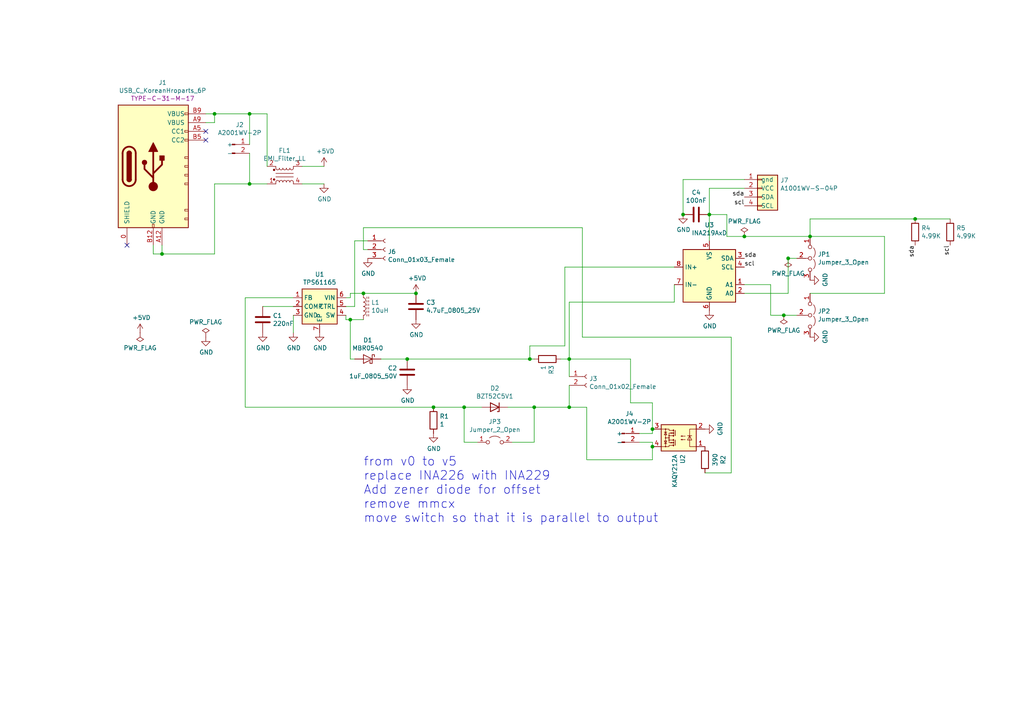
<source format=kicad_sch>
(kicad_sch (version 20211123) (generator eeschema)
  (paper "A4")
  (lib_symbols
    (symbol "0JLC-6:1" (pin_numbers hide) (pin_names (offset 0))
      (property "Reference" "R" (at 2.032 0 90))
      (property "Value" "1" (at 0 0 90))
      (symbol "1_0_1"
        (rectangle (start -1.016 -2.54) (end 1.016 2.54) (stroke (width 0.254)))
      )
      (symbol "1_1_1"
        (pin passive line (at 0 3.81 270) (length 1.27) (name "~") (number "1"))
        (pin passive line (at 0 -3.81 90) (length 1.27) (name "~") (number "2"))
      )
    )
    (symbol "0JLC-6:100nF" (pin_numbers hide) (pin_names (offset 0.254))
      (property "Reference" "C" (at 0.635 2.54 0))
      (property "Value" "100nF" (at 0.635 -2.54 0))
      (symbol "100nF_0_1"
        (polyline (pts (xy -2.032 -0.762) (xy 2.032 -0.762)) (stroke (width 0.508)))
        (polyline (pts (xy -2.032 0.762) (xy 2.032 0.762)) (stroke (width 0.508)))
      )
      (symbol "100nF_1_1"
        (pin passive line (at 0 3.81 270) (length 2.794) (name "~") (number "1"))
        (pin passive line (at 0 -3.81 90) (length 2.794) (name "~") (number "2"))
      )
    )
    (symbol "0JLC-6:10uH_power" (pin_numbers hide) (pin_names (offset 1.016) hide)
      (property "Reference" "L" (at -1.27 0 90))
      (property "Value" "10uH_power" (at 2.794 0 90))
      (symbol "10uH_power_0_1"
        (arc (start 0 -2.54) (mid 0.635 -1.905) (end 0 -1.27))
        (arc (start 0 -1.27) (mid 0.635 -0.635) (end 0 0))
        (polyline (pts (xy 1.016 -2.794) (xy 1.016 -2.286)))
        (polyline (pts (xy 1.016 -1.778) (xy 1.016 -1.27)))
        (polyline (pts (xy 1.016 -0.762) (xy 1.016 -0.254)))
        (polyline (pts (xy 1.016 0.254) (xy 1.016 0.762)))
        (polyline (pts (xy 1.016 1.27) (xy 1.016 1.778)))
        (polyline (pts (xy 1.016 2.286) (xy 1.016 2.794)))
        (polyline (pts (xy 1.524 -2.286) (xy 1.524 -2.794)))
        (polyline (pts (xy 1.524 -1.27) (xy 1.524 -1.778)))
        (polyline (pts (xy 1.524 -0.254) (xy 1.524 -0.762)))
        (polyline (pts (xy 1.524 0.762) (xy 1.524 0.254)))
        (polyline (pts (xy 1.524 1.778) (xy 1.524 1.27)))
        (polyline (pts (xy 1.524 2.794) (xy 1.524 2.286)))
        (arc (start 0 0) (mid 0.635 0.635) (end 0 1.27))
        (arc (start 0 1.27) (mid 0.635 1.905) (end 0 2.54))
      )
      (symbol "10uH_power_1_1"
        (pin passive line (at 0 3.81 270) (length 1.27) (name "1") (number "1"))
        (pin passive line (at 0 -3.81 90) (length 1.27) (name "2") (number "2"))
      )
    )
    (symbol "0JLC-6:1uF_0805_50V" (pin_numbers hide) (pin_names (offset 0.254))
      (property "Reference" "C" (at 0.635 2.54 0))
      (property "Value" "1uF_0805_50V" (at 0.635 -2.54 0))
      (symbol "1uF_0805_50V_0_1"
        (polyline (pts (xy -2.032 -0.762) (xy 2.032 -0.762)) (stroke (width 0.508)))
        (polyline (pts (xy -2.032 0.762) (xy 2.032 0.762)) (stroke (width 0.508)))
      )
      (symbol "1uF_0805_50V_1_1"
        (pin passive line (at 0 3.81 270) (length 2.794) (name "~") (number "1"))
        (pin passive line (at 0 -3.81 90) (length 2.794) (name "~") (number "2"))
      )
    )
    (symbol "0JLC-6:220nF" (pin_numbers hide) (pin_names (offset 0.254))
      (property "Reference" "C" (at 0.635 2.54 0))
      (property "Value" "220nF" (at 0.635 -2.54 0))
      (symbol "220nF_0_1"
        (polyline (pts (xy -2.032 -0.762) (xy 2.032 -0.762)) (stroke (width 0.508)))
        (polyline (pts (xy -2.032 0.762) (xy 2.032 0.762)) (stroke (width 0.508)))
      )
      (symbol "220nF_1_1"
        (pin passive line (at 0 3.81 270) (length 2.794) (name "~") (number "1"))
        (pin passive line (at 0 -3.81 90) (length 2.794) (name "~") (number "2"))
      )
    )
    (symbol "0JLC-6:390" (pin_numbers hide) (pin_names (offset 0))
      (property "Reference" "R" (at 2.032 0 90))
      (property "Value" "390" (at 0 0 90))
      (symbol "390_0_1"
        (rectangle (start -1.016 -2.54) (end 1.016 2.54) (stroke (width 0.254)))
      )
      (symbol "390_1_1"
        (pin passive line (at 0 3.81 270) (length 1.27) (name "~") (number "1"))
        (pin passive line (at 0 -3.81 90) (length 1.27) (name "~") (number "2"))
      )
    )
    (symbol "0JLC-6:4.7uF_0805_25V" (pin_numbers hide) (pin_names (offset 0.254))
      (property "Reference" "C" (at 0.635 2.54 0))
      (property "Value" "4.7uF_0805_25V" (at 0.635 -2.54 0))
      (symbol "4.7uF_0805_25V_0_1"
        (polyline (pts (xy -2.032 -0.762) (xy 2.032 -0.762)) (stroke (width 0.508)))
        (polyline (pts (xy -2.032 0.762) (xy 2.032 0.762)) (stroke (width 0.508)))
      )
      (symbol "4.7uF_0805_25V_1_1"
        (pin passive line (at 0 3.81 270) (length 2.794) (name "~") (number "1"))
        (pin passive line (at 0 -3.81 90) (length 2.794) (name "~") (number "2"))
      )
    )
    (symbol "0JLC-6:4.99K" (pin_numbers hide) (pin_names (offset 0))
      (property "Reference" "R" (at 2.032 0 90))
      (property "Value" "4.99K" (at 0 0 90))
      (symbol "4.99K_0_1"
        (rectangle (start -1.016 -2.54) (end 1.016 2.54) (stroke (width 0.254)))
      )
      (symbol "4.99K_1_1"
        (pin passive line (at 0 3.81 270) (length 1.27) (name "~") (number "1"))
        (pin passive line (at 0 -3.81 90) (length 1.27) (name "~") (number "2"))
      )
    )
    (symbol "0JLC-6:JST-B2B-PH" (pin_names (offset 1.016))
      (property "Reference" "J" (at 0 2.54 0))
      (property "Value" "JST-B2B-PH" (at 0 -5.08 0))
      (symbol "JST-B2B-PH_1_1"
        (polyline (pts (xy 1.27 -2.54) (xy 0.8636 -2.54)) (stroke (width 0.1524)))
        (polyline (pts (xy 1.27 0) (xy 0.8636 0)) (stroke (width 0.1524)))
        (rectangle (start 0.8636 -2.413) (end 0 -2.667) (stroke (width 0.1524)) (fill (type outline)))
        (rectangle (start 0.8636 0.127) (end 0 -0.127) (stroke (width 0.1524)) (fill (type outline)))
        (pin passive line (at 5.08 0 180) (length 3.81) (name "+") (number "1"))
        (pin passive line (at 5.08 -2.54 180) (length 3.81) (name "-") (number "2"))
      )
    )
    (symbol "0JLC-6:KAQY212A"
      (property "Reference" "U" (at -5.08 5.08 0))
      (property "Value" "KAQY212A" (at 0 5.08 0))
      (symbol "KAQY212A_0_1"
        (rectangle (start -5.08 3.81) (end 5.08 -3.81) (stroke (width 0.254)) (fill (type background)))
        (polyline (pts (xy -3.81 -0.635) (xy -2.54 -0.635)))
        (polyline (pts (xy 1.016 -0.635) (xy 1.016 -2.159)) (stroke (width 0.2032)))
        (polyline (pts (xy 1.016 2.159) (xy 1.016 0.635)) (stroke (width 0.2032)))
        (polyline (pts (xy 1.524 -0.508) (xy 1.524 -0.762)) (stroke (width 0.3556)))
        (polyline (pts (xy 2.794 0) (xy 3.81 0)))
        (polyline (pts (xy 3.429 -1.651) (xy 4.191 -1.651)))
        (polyline (pts (xy 3.429 1.651) (xy 4.191 1.651)))
        (polyline (pts (xy 3.81 -2.54) (xy 3.81 2.54)))
        (polyline (pts (xy 1.524 -2.032) (xy 1.524 -2.286) (xy 1.524 -2.286)) (stroke (width 0.3556)))
        (polyline (pts (xy 1.524 -1.27) (xy 1.524 -1.524) (xy 1.524 -1.524)) (stroke (width 0.3556)))
        (polyline (pts (xy 1.524 0.762) (xy 1.524 0.508) (xy 1.524 0.508)) (stroke (width 0.3556)))
        (polyline (pts (xy 1.524 1.524) (xy 1.524 1.27) (xy 1.524 1.27)) (stroke (width 0.3556)))
        (polyline (pts (xy 1.524 2.286) (xy 1.524 2.032) (xy 1.524 2.032)) (stroke (width 0.3556)))
        (polyline (pts (xy 1.651 -1.397) (xy 2.794 -1.397) (xy 2.794 -0.635)))
        (polyline (pts (xy 1.651 1.397) (xy 2.794 1.397) (xy 2.794 0.635)))
        (polyline (pts (xy -5.08 2.54) (xy -3.175 2.54) (xy -3.175 -2.54) (xy -5.08 -2.54)))
        (polyline (pts (xy -3.175 -0.635) (xy -3.81 0.635) (xy -2.54 0.635) (xy -3.175 -0.635)))
        (polyline (pts (xy 1.651 -2.159) (xy 2.794 -2.159) (xy 2.794 -2.54) (xy 5.08 -2.54)))
        (polyline (pts (xy 1.651 -0.635) (xy 2.794 -0.635) (xy 2.794 0.635) (xy 1.651 0.635)))
        (polyline (pts (xy 1.651 2.159) (xy 2.794 2.159) (xy 2.794 2.54) (xy 5.08 2.54)))
        (polyline (pts (xy 1.778 -1.397) (xy 2.286 -1.27) (xy 2.286 -1.524) (xy 1.778 -1.397)))
        (polyline (pts (xy 1.778 1.397) (xy 2.286 1.524) (xy 2.286 1.27) (xy 1.778 1.397)))
        (polyline (pts (xy 3.81 -1.651) (xy 3.429 -0.889) (xy 4.191 -0.889) (xy 3.81 -1.651)))
        (polyline (pts (xy 3.81 1.651) (xy 3.429 0.889) (xy 4.191 0.889) (xy 3.81 1.651)))
        (polyline (pts (xy -1.905 -0.508) (xy -0.635 -0.508) (xy -1.016 -0.635) (xy -1.016 -0.381) (xy -0.635 -0.508)))
        (polyline (pts (xy -1.905 0.508) (xy -0.635 0.508) (xy -1.016 0.381) (xy -1.016 0.635) (xy -0.635 0.508)))
        (circle (center 2.794 -0.635) (radius 0.127))
        (circle (center 2.794 0) (radius 0.127))
        (circle (center 2.794 0.635) (radius 0.127))
        (circle (center 3.81 -2.54) (radius 0.127))
        (circle (center 3.81 0) (radius 0.127))
        (circle (center 3.81 2.54) (radius 0.127))
      )
      (symbol "KAQY212A_1_1"
        (pin passive line (at -7.62 2.54 0) (length 2.54) (name "~") (number "1"))
        (pin passive line (at -7.62 -2.54 0) (length 2.54) (name "~") (number "2"))
        (pin passive line (at 7.62 -2.54 180) (length 2.54) (name "~") (number "3"))
        (pin passive line (at 7.62 2.54 180) (length 2.54) (name "~") (number "4"))
      )
    )
    (symbol "0JLC-6:MBR0540" (pin_numbers hide) (pin_names (offset 1.016) hide)
      (property "Reference" "D" (at 0 2.54 0))
      (property "Value" "MBR0540" (at 0 -2.54 0))
      (symbol "MBR0540_0_1"
        (polyline (pts (xy 1.27 0) (xy -1.27 0)))
        (polyline (pts (xy 1.27 1.27) (xy 1.27 -1.27) (xy -1.27 0) (xy 1.27 1.27)) (stroke (width 0.2032)))
        (polyline (pts (xy -1.905 0.635) (xy -1.905 1.27) (xy -1.27 1.27) (xy -1.27 -1.27) (xy -0.635 -1.27) (xy -0.635 -0.635)) (stroke (width 0.2032)))
      )
      (symbol "MBR0540_1_1"
        (pin passive line (at -3.81 0 0) (length 2.54) (name "K") (number "1"))
        (pin passive line (at 3.81 0 180) (length 2.54) (name "A") (number "2"))
      )
    )
    (symbol "0JLC-6:TPS61165_WSON"
      (property "Reference" "U" (at -5.08 6.35 0))
      (property "Value" "TPS61165_WSON" (at 0 6.35 0))
      (symbol "TPS61165_WSON_0_1"
        (rectangle (start -5.08 5.08) (end 5.08 -5.08) (stroke (width 0.254)) (fill (type background)))
      )
      (symbol "TPS61165_WSON_1_1"
        (pin bidirectional line (at -7.62 2.54 0) (length 2.54) (name "FB") (number "1"))
        (pin passive line (at -7.62 0 0) (length 2.54) (name "COMP") (number "2"))
        (pin power_in line (at -7.62 -2.54 0) (length 2.54) (name "GND") (number "3"))
        (pin bidirectional line (at 7.62 -2.54 180) (length 2.54) (name "SW") (number "4"))
        (pin input line (at 7.62 0 180) (length 2.54) (name "CTRL") (number "5"))
        (pin input line (at 7.62 2.54 180) (length 2.54) (name "VIN") (number "6"))
        (pin power_in line (at 0 -7.62 90) (length 2.54) (name "EP") (number "7"))
      )
    )
    (symbol "0JLC-6:USB_C_KoreanHroparts_6P" (pin_names (offset 1.016))
      (property "Reference" "J" (at -10.16 19.05 0))
      (property "Value" "USB_C_KoreanHroparts_6P" (at 19.05 19.05 0))
      (property "MPN" "TYPE-C-31-M-17" (at 0 0 0))
      (symbol "USB_C_KoreanHroparts_6P_0_0"
        (rectangle (start -0.254 -17.78) (end 0.254 -16.764))
        (rectangle (start 10.16 -14.986) (end 9.144 -15.494))
        (rectangle (start 10.16 -12.446) (end 9.144 -12.954))
        (rectangle (start 10.16 -4.826) (end 9.144 -5.334))
        (rectangle (start 10.16 -2.286) (end 9.144 -2.794))
        (rectangle (start 10.16 0.254) (end 9.144 -0.254))
        (rectangle (start 10.16 2.794) (end 9.144 2.286))
        (rectangle (start 10.16 7.874) (end 9.144 7.366))
        (rectangle (start 10.16 10.414) (end 9.144 9.906))
        (rectangle (start 10.16 15.494) (end 9.144 14.986))
      )
      (symbol "USB_C_KoreanHroparts_6P_0_1"
        (rectangle (start -10.16 17.78) (end 10.16 -17.78) (stroke (width 0.254)) (fill (type background)))
        (arc (start -8.89 -3.81) (mid -6.985 -5.715) (end -5.08 -3.81) (stroke (width 0.508)))
        (arc (start -7.62 -3.81) (mid -6.985 -4.445) (end -6.35 -3.81) (stroke (width 0.254)))
        (arc (start -7.62 -3.81) (mid -6.985 -4.445) (end -6.35 -3.81) (stroke (width 0.254)) (fill (type outline)))
        (rectangle (start -7.62 -3.81) (end -6.35 3.81) (stroke (width 0.254)) (fill (type outline)))
        (arc (start -6.35 3.81) (mid -6.985 4.445) (end -7.62 3.81) (stroke (width 0.254)))
        (arc (start -6.35 3.81) (mid -6.985 4.445) (end -7.62 3.81) (stroke (width 0.254)) (fill (type outline)))
        (arc (start -5.08 3.81) (mid -6.985 5.715) (end -8.89 3.81) (stroke (width 0.508)))
        (circle (center -2.54 1.143) (radius 0.635) (stroke (width 0.254)) (fill (type outline)))
        (circle (center 0 -5.842) (radius 1.27) (fill (type outline)))
        (polyline (pts (xy -8.89 -3.81) (xy -8.89 3.81)) (stroke (width 0.508)))
        (polyline (pts (xy -5.08 3.81) (xy -5.08 -3.81)) (stroke (width 0.508)))
        (polyline (pts (xy 0 -5.842) (xy 0 4.318)) (stroke (width 0.508)))
        (polyline (pts (xy 0 -3.302) (xy -2.54 -0.762) (xy -2.54 0.508)) (stroke (width 0.508)))
        (polyline (pts (xy 0 -2.032) (xy 2.54 0.508) (xy 2.54 1.778)) (stroke (width 0.508)))
        (polyline (pts (xy -1.27 4.318) (xy 0 6.858) (xy 1.27 4.318) (xy -1.27 4.318)) (stroke (width 0.254)) (fill (type outline)))
        (rectangle (start 1.905 1.778) (end 3.175 3.048) (stroke (width 0.254)) (fill (type outline)))
      )
      (symbol "USB_C_KoreanHroparts_6P_1_1"
        (pin passive line (at -7.62 -22.86 90) (length 5.08) (name "SHIELD") (number "0"))
        (pin passive line (at 2.54 -22.86 90) (length 5.08) (name "GND") (number "A12"))
        (pin bidirectional line (at 15.24 10.16 180) (length 5.08) (name "CC1") (number "A5"))
        (pin power_out line (at 15.24 12.7 180) (length 5.08) (name "VBUS") (number "A9"))
        (pin passive line (at 0 -22.86 90) (length 5.08) (name "GND") (number "B12"))
        (pin bidirectional line (at 15.24 7.62 180) (length 5.08) (name "CC2") (number "B5"))
        (pin power_out line (at 15.24 15.24 180) (length 5.08) (name "VBUS") (number "B9"))
      )
    )
    (symbol "Analog_ADC:INA219AxD"
      (property "Reference" "U" (at -6.35 8.89 0))
      (property "Value" "INA219AxD" (at 5.08 8.89 0))
      (symbol "INA219AxD_0_1"
        (rectangle (start -7.62 7.62) (end 7.62 -7.62) (stroke (width 0.254)) (fill (type background)))
      )
      (symbol "INA219AxD_1_1"
        (pin input line (at 10.16 -2.54 180) (length 2.54) (name "A1") (number "1"))
        (pin input line (at 10.16 -5.08 180) (length 2.54) (name "A0") (number "2"))
        (pin bidirectional line (at 10.16 5.08 180) (length 2.54) (name "SDA") (number "3"))
        (pin input line (at 10.16 2.54 180) (length 2.54) (name "SCL") (number "4"))
        (pin power_in line (at 0 10.16 270) (length 2.54) (name "VS") (number "5"))
        (pin power_in line (at 0 -10.16 90) (length 2.54) (name "GND") (number "6"))
        (pin input line (at -10.16 -2.54 0) (length 2.54) (name "IN-") (number "7"))
        (pin input line (at -10.16 2.54 0) (length 2.54) (name "IN+") (number "8"))
      )
    )
    (symbol "Connector:Conn_01x02_Female" (pin_names (offset 1.016) hide)
      (property "Reference" "J" (at 0 2.54 0))
      (property "Value" "Conn_01x02_Female" (at 0 -5.08 0))
      (symbol "Conn_01x02_Female_1_1"
        (arc (start 0 -2.032) (mid -0.508 -2.54) (end 0 -3.048) (stroke (width 0.1524)))
        (polyline (pts (xy -1.27 -2.54) (xy -0.508 -2.54)) (stroke (width 0.1524)))
        (polyline (pts (xy -1.27 0) (xy -0.508 0)) (stroke (width 0.1524)))
        (arc (start 0 0.508) (mid -0.508 0) (end 0 -0.508) (stroke (width 0.1524)))
        (pin passive line (at -5.08 0 0) (length 3.81) (name "Pin_1") (number "1"))
        (pin passive line (at -5.08 -2.54 0) (length 3.81) (name "Pin_2") (number "2"))
      )
    )
    (symbol "Connector:Conn_01x03_Female" (pin_names (offset 1.016) hide)
      (property "Reference" "J" (at 0 5.08 0))
      (property "Value" "Conn_01x03_Female" (at 0 -5.08 0))
      (symbol "Conn_01x03_Female_1_1"
        (arc (start 0 -2.032) (mid -0.508 -2.54) (end 0 -3.048) (stroke (width 0.1524)))
        (polyline (pts (xy -1.27 -2.54) (xy -0.508 -2.54)) (stroke (width 0.1524)))
        (polyline (pts (xy -1.27 0) (xy -0.508 0)) (stroke (width 0.1524)))
        (polyline (pts (xy -1.27 2.54) (xy -0.508 2.54)) (stroke (width 0.1524)))
        (arc (start 0 0.508) (mid -0.508 0) (end 0 -0.508) (stroke (width 0.1524)))
        (arc (start 0 3.048) (mid -0.508 2.54) (end 0 2.032) (stroke (width 0.1524)))
        (pin passive line (at -5.08 2.54 0) (length 3.81) (name "Pin_1") (number "1"))
        (pin passive line (at -5.08 0 0) (length 3.81) (name "Pin_2") (number "2"))
        (pin passive line (at -5.08 -2.54 0) (length 3.81) (name "Pin_3") (number "3"))
      )
    )
    (symbol "Diode:BZT52Bxx" (pin_numbers hide) (pin_names hide)
      (property "Reference" "D" (at 0 2.54 0))
      (property "Value" "BZT52Bxx" (at 0 -2.54 0))
      (symbol "BZT52Bxx_0_1"
        (polyline (pts (xy 1.27 0) (xy -1.27 0)))
        (polyline (pts (xy -1.27 -1.27) (xy -1.27 1.27) (xy -0.762 1.27)) (stroke (width 0.254)))
        (polyline (pts (xy 1.27 -1.27) (xy 1.27 1.27) (xy -1.27 0) (xy 1.27 -1.27)) (stroke (width 0.254)))
      )
      (symbol "BZT52Bxx_1_1"
        (pin passive line (at -3.81 0 0) (length 2.54) (name "K") (number "1"))
        (pin passive line (at 3.81 0 180) (length 2.54) (name "A") (number "2"))
      )
    )
    (symbol "Jumper:Jumper_2_Open" (pin_names (offset 0) hide)
      (property "Reference" "JP" (at 0 2.794 0))
      (property "Value" "Jumper_2_Open" (at 0 -2.286 0))
      (symbol "Jumper_2_Open_0_0"
        (circle (center -2.032 0) (radius 0.508))
        (circle (center 2.032 0) (radius 0.508))
      )
      (symbol "Jumper_2_Open_0_1"
        (arc (start 1.524 1.27) (mid 0 1.778) (end -1.524 1.27))
      )
      (symbol "Jumper_2_Open_1_1"
        (pin passive line (at -5.08 0 0) (length 2.54) (name "A") (number "1"))
        (pin passive line (at 5.08 0 180) (length 2.54) (name "B") (number "2"))
      )
    )
    (symbol "TPS61165-heater-v6-rescue:EMI_Filter_LL_1423-Device" (pin_names hide)
      (property "Reference" "FL" (at 0 4.445 0))
      (property "Value" "EMI_Filter_LL_1423-Device" (at 0 -4.445 0))
      (symbol "EMI_Filter_LL_1423-Device_0_1"
        (circle (center -3.048 -1.27) (radius 0.254) (fill (type outline)))
        (circle (center -3.048 1.524) (radius 0.254) (fill (type outline)))
        (arc (start -2.54 2.032) (mid -2.032 1.524) (end -1.524 2.032))
        (arc (start -1.524 -2.032) (mid -2.032 -1.524) (end -2.54 -2.032))
        (arc (start -1.524 2.032) (mid -1.016 1.524) (end -0.508 2.032))
        (arc (start -0.508 -2.032) (mid -1.016 -1.524) (end -1.524 -2.032))
        (arc (start -0.508 2.032) (mid 0 1.524) (end 0.508 2.032))
        (polyline (pts (xy -2.54 -2.032) (xy -2.54 -2.54)))
        (polyline (pts (xy -2.54 0.508) (xy 2.54 0.508)))
        (polyline (pts (xy -2.54 2.032) (xy -2.54 2.54)))
        (polyline (pts (xy 2.54 -2.032) (xy 2.54 -2.54)))
        (polyline (pts (xy 2.54 -0.508) (xy -2.54 -0.508)))
        (polyline (pts (xy 2.54 2.54) (xy 2.54 2.032)))
        (arc (start 0.508 -2.032) (mid 0 -1.524) (end -0.508 -2.032))
        (arc (start 0.508 2.032) (mid 1.016 1.524) (end 1.524 2.032))
        (arc (start 1.524 -2.032) (mid 1.016 -1.524) (end 0.508 -2.032))
        (arc (start 1.524 2.032) (mid 2.032 1.524) (end 2.54 2.032))
        (arc (start 2.54 -2.032) (mid 2.032 -1.524) (end 1.524 -2.032))
      )
      (symbol "EMI_Filter_LL_1423-Device_1_1"
        (pin passive line (at -5.08 -2.54 0) (length 2.54) (name "1") (number "1"))
        (pin passive line (at -5.08 2.54 0) (length 2.54) (name "2") (number "2"))
        (pin passive line (at 5.08 2.54 180) (length 2.54) (name "3") (number "3"))
        (pin passive line (at 5.08 -2.54 180) (length 2.54) (name "4") (number "4"))
      )
    )
    (symbol "TPS61165-heater-v6-rescue:JST_SH_Conn_01x04_i2c-0my_intf" (pin_names (offset 1.016))
      (property "Reference" "J" (at 0 5.08 0))
      (property "Value" "JST_SH_Conn_01x04_i2c-0my_intf" (at 0 -7.62 0))
      (property "LCSC" "C160390" (at 0 0 0))
      (property "MPN" "BM04B-SRSS-TB(LF)(SN)" (at 0 0 0))
      (symbol "JST_SH_Conn_01x04_i2c-0my_intf_1_1"
        (rectangle (start -1.27 -4.953) (end 0 -5.207) (stroke (width 0.1524)))
        (rectangle (start -1.27 -2.413) (end 0 -2.667) (stroke (width 0.1524)))
        (rectangle (start -1.27 0.127) (end 0 -0.127) (stroke (width 0.1524)))
        (rectangle (start -1.27 2.667) (end 0 2.413) (stroke (width 0.1524)))
        (rectangle (start -1.27 3.81) (end 4.572 -6.35) (stroke (width 0.254)) (fill (type background)))
        (pin passive line (at -5.08 2.54 0) (length 3.81) (name "gnd") (number "1"))
        (pin passive line (at -5.08 0 0) (length 3.81) (name "VCC") (number "2"))
        (pin passive line (at -5.08 -2.54 0) (length 3.81) (name "SDA") (number "3"))
        (pin passive line (at -5.08 -5.08 0) (length 3.81) (name "SCL") (number "4"))
      )
    )
    (symbol "TPS61165-heater-v6-rescue:Jumper_3_Open-Jumper" (pin_names (offset 0) hide)
      (property "Reference" "JP" (at -2.54 -2.54 0))
      (property "Value" "Jumper_3_Open-Jumper" (at 0 2.794 0))
      (symbol "Jumper_3_Open-Jumper_0_0"
        (circle (center -3.302 0) (radius 0.508))
        (circle (center 0 0) (radius 0.508))
        (circle (center 3.302 0) (radius 0.508))
      )
      (symbol "Jumper_3_Open-Jumper_0_1"
        (arc (start -0.254 1.016) (mid -1.651 1.4992) (end -3.048 1.016))
        (polyline (pts (xy 0 -0.508) (xy 0 -1.27)))
        (arc (start 3.048 1.016) (mid 1.651 1.4992) (end 0.254 1.016))
      )
      (symbol "Jumper_3_Open-Jumper_1_1"
        (pin passive line (at -6.35 0 0) (length 2.54) (name "A") (number "1"))
        (pin input line (at 0 -3.81 90) (length 2.54) (name "C") (number "2"))
        (pin passive line (at 6.35 0 180) (length 2.54) (name "B") (number "3"))
      )
    )
    (symbol "power:+5VD" (power) (pin_names (offset 0))
      (property "Value" "+5VD" (at 0 3.556 0))
      (symbol "+5VD_0_1"
        (polyline (pts (xy -0.762 1.27) (xy 0 2.54)))
        (polyline (pts (xy 0 0) (xy 0 2.54)))
        (polyline (pts (xy 0 2.54) (xy 0.762 1.27)))
      )
      (symbol "+5VD_1_1"
        (pin power_in line (at 0 0 90) (length 0) hide (name "+5VD") (number "1"))
      )
    )
    (symbol "power:GND" (power) (pin_names (offset 0))
      (property "Value" "GND" (at 0 -3.81 0))
      (symbol "GND_0_1"
        (polyline (pts (xy 0 0) (xy 0 -1.27) (xy 1.27 -1.27) (xy 0 -2.54) (xy -1.27 -1.27) (xy 0 -1.27)))
      )
      (symbol "GND_1_1"
        (pin power_in line (at 0 0 270) (length 0) hide (name "GND") (number "1"))
      )
    )
    (symbol "power:PWR_FLAG" (power) (pin_numbers hide) (pin_names (offset 0) hide)
      (property "Value" "PWR_FLAG" (at 0 3.81 0))
      (symbol "PWR_FLAG_0_0"
        (pin power_out line (at 0 0 90) (length 0) (name "pwr") (number "1"))
      )
      (symbol "PWR_FLAG_0_1"
        (polyline (pts (xy 0 0) (xy 0 1.27) (xy -1.016 1.905) (xy 0 2.54) (xy 1.016 1.905) (xy 0 1.27)))
      )
    )
  )
  (junction (at 154.94 118.11))
  (junction (at 72.39 33.02))
  (junction (at 215.9 68.58))
  (junction (at 165.1 104.14))
  (junction (at 234.95 68.58))
  (junction (at 105.41 85.09))
  (junction (at 134.62 118.11))
  (junction (at 72.39 53.34))
  (junction (at 189.23 129.54))
  (junction (at 228.6 74.93))
  (junction (at 125.73 118.11))
  (junction (at 227.33 91.44))
  (junction (at 101.6 92.71))
  (junction (at 165.1 118.11))
  (junction (at 62.23 33.02))
  (junction (at 205.74 62.23))
  (junction (at 120.65 85.09))
  (junction (at 198.12 62.23))
  (junction (at 189.23 124.46))
  (junction (at 46.99 73.66))
  (junction (at 118.11 104.14))
  (junction (at 153.67 104.14))
  (junction (at 265.43 63.5))
  (no_connect (at 59.69 38.1))
  (no_connect (at 36.83 71.12))
  (no_connect (at 59.69 40.64))
  (wire (pts (xy 223.52 91.44) (xy 223.52 82.55)))
  (wire (pts (xy 170.18 118.11) (xy 165.1 118.11)))
  (wire (pts (xy 182.88 116.84) (xy 182.88 104.14)))
  (wire (pts (xy 105.41 72.39) (xy 105.41 66.04)))
  (wire (pts (xy 162.56 104.14) (xy 165.1 104.14)))
  (wire (pts (xy 223.52 82.55) (xy 215.9 82.55)))
  (wire (pts (xy 165.1 111.76) (xy 165.1 118.11)))
  (wire (pts (xy 72.39 33.02) (xy 77.47 33.02)))
  (wire (pts (xy 100.33 91.44) (xy 100.33 92.71)))
  (wire (pts (xy 102.87 69.85) (xy 102.87 88.9)))
  (wire (pts (xy 101.6 86.36) (xy 101.6 85.09)))
  (wire (pts (xy 85.09 86.36) (xy 71.12 86.36)))
  (wire (pts (xy 87.63 48.26) (xy 93.98 48.26)))
  (wire (pts (xy 118.11 104.14) (xy 153.67 104.14)))
  (wire (pts (xy 77.47 33.02) (xy 77.47 48.26)))
  (wire (pts (xy 134.62 128.27) (xy 134.62 118.11)))
  (wire (pts (xy 165.1 87.63) (xy 195.58 87.63)))
  (wire (pts (xy 154.94 128.27) (xy 154.94 118.11)))
  (wire (pts (xy 148.59 128.27) (xy 154.94 128.27)))
  (wire (pts (xy 100.33 86.36) (xy 101.6 86.36)))
  (wire (pts (xy 46.99 73.66) (xy 62.23 73.66)))
  (wire (pts (xy 147.32 118.11) (xy 154.94 118.11)))
  (wire (pts (xy 165.1 109.22) (xy 165.1 104.14)))
  (wire (pts (xy 118.11 104.14) (xy 110.49 104.14)))
  (wire (pts (xy 62.23 33.02) (xy 72.39 33.02)))
  (wire (pts (xy 105.41 66.04) (xy 168.91 66.04)))
  (wire (pts (xy 168.91 97.79) (xy 168.91 66.04)))
  (wire (pts (xy 215.9 68.58) (xy 210.82 68.58)))
  (wire (pts (xy 62.23 35.56) (xy 62.23 33.02)))
  (wire (pts (xy 212.09 137.16) (xy 212.09 97.79)))
  (wire (pts (xy 185.42 128.27) (xy 189.23 128.27)))
  (wire (pts (xy 228.6 74.93) (xy 231.14 74.93)))
  (wire (pts (xy 215.9 54.61) (xy 205.74 54.61)))
  (wire (pts (xy 153.67 104.14) (xy 154.94 104.14)))
  (wire (pts (xy 189.23 128.27) (xy 189.23 129.54)))
  (wire (pts (xy 102.87 69.85) (xy 106.68 69.85)))
  (wire (pts (xy 153.67 100.33) (xy 163.83 100.33)))
  (wire (pts (xy 228.6 85.09) (xy 215.9 85.09)))
  (wire (pts (xy 198.12 52.07) (xy 198.12 62.23)))
  (wire (pts (xy 71.12 118.11) (xy 125.73 118.11)))
  (wire (pts (xy 205.74 54.61) (xy 205.74 62.23)))
  (wire (pts (xy 87.63 53.34) (xy 93.98 53.34)))
  (wire (pts (xy 189.23 129.54) (xy 189.23 133.35)))
  (wire (pts (xy 138.43 128.27) (xy 134.62 128.27)))
  (wire (pts (xy 165.1 104.14) (xy 165.1 87.63)))
  (wire (pts (xy 234.95 68.58) (xy 215.9 68.58)))
  (wire (pts (xy 134.62 118.11) (xy 139.7 118.11)))
  (wire (pts (xy 106.68 72.39) (xy 105.41 72.39)))
  (wire (pts (xy 44.45 73.66) (xy 46.99 73.66)))
  (wire (pts (xy 227.33 91.44) (xy 223.52 91.44)))
  (wire (pts (xy 170.18 133.35) (xy 170.18 118.11)))
  (wire (pts (xy 195.58 77.47) (xy 163.83 77.47)))
  (wire (pts (xy 101.6 92.71) (xy 105.41 92.71)))
  (wire (pts (xy 85.09 91.44) (xy 85.09 96.52)))
  (wire (pts (xy 163.83 77.47) (xy 163.83 100.33)))
  (wire (pts (xy 62.23 53.34) (xy 72.39 53.34)))
  (wire (pts (xy 210.82 62.23) (xy 205.74 62.23)))
  (wire (pts (xy 185.42 125.73) (xy 189.23 125.73)))
  (wire (pts (xy 189.23 133.35) (xy 170.18 133.35)))
  (wire (pts (xy 227.33 91.44) (xy 231.14 91.44)))
  (wire (pts (xy 265.43 63.5) (xy 234.95 63.5)))
  (wire (pts (xy 72.39 41.91) (xy 72.39 33.02)))
  (wire (pts (xy 154.94 118.11) (xy 165.1 118.11)))
  (wire (pts (xy 101.6 104.14) (xy 102.87 104.14)))
  (wire (pts (xy 275.59 63.5) (xy 265.43 63.5)))
  (wire (pts (xy 189.23 125.73) (xy 189.23 124.46)))
  (wire (pts (xy 228.6 74.93) (xy 228.6 85.09)))
  (wire (pts (xy 153.67 104.14) (xy 153.67 100.33)))
  (wire (pts (xy 165.1 104.14) (xy 182.88 104.14)))
  (wire (pts (xy 101.6 92.71) (xy 101.6 104.14)))
  (wire (pts (xy 189.23 116.84) (xy 182.88 116.84)))
  (wire (pts (xy 198.12 52.07) (xy 215.9 52.07)))
  (wire (pts (xy 204.47 137.16) (xy 212.09 137.16)))
  (wire (pts (xy 85.09 88.9) (xy 76.2 88.9)))
  (wire (pts (xy 120.65 85.09) (xy 105.41 85.09)))
  (wire (pts (xy 210.82 68.58) (xy 210.82 62.23)))
  (wire (pts (xy 101.6 85.09) (xy 105.41 85.09)))
  (wire (pts (xy 71.12 86.36) (xy 71.12 118.11)))
  (wire (pts (xy 189.23 124.46) (xy 189.23 116.84)))
  (wire (pts (xy 59.69 35.56) (xy 62.23 35.56)))
  (wire (pts (xy 205.74 62.23) (xy 205.74 69.85)))
  (wire (pts (xy 256.54 85.09) (xy 256.54 68.58)))
  (wire (pts (xy 62.23 73.66) (xy 62.23 53.34)))
  (wire (pts (xy 72.39 44.45) (xy 72.39 53.34)))
  (wire (pts (xy 72.39 53.34) (xy 77.47 53.34)))
  (wire (pts (xy 234.95 63.5) (xy 234.95 68.58)))
  (wire (pts (xy 125.73 118.11) (xy 134.62 118.11)))
  (wire (pts (xy 59.69 33.02) (xy 62.23 33.02)))
  (wire (pts (xy 256.54 68.58) (xy 234.95 68.58)))
  (wire (pts (xy 100.33 92.71) (xy 101.6 92.71)))
  (wire (pts (xy 234.95 85.09) (xy 256.54 85.09)))
  (wire (pts (xy 46.99 73.66) (xy 46.99 71.12)))
  (wire (pts (xy 44.45 71.12) (xy 44.45 73.66)))
  (wire (pts (xy 195.58 87.63) (xy 195.58 82.55)))
  (wire (pts (xy 100.33 88.9) (xy 102.87 88.9)))
  (wire (pts (xy 212.09 97.79) (xy 168.91 97.79)))
  (text "from v0 to v5\nreplace INA226 with INA229\nAdd zener diode for offset\nremove mmcx\nmove switch so that it is parallel to output\n\n\n" (at 105.41 160.02 0) (effects (font (size 2.54 2.54)) (justify left bottom)))
  (label "scl" (at 215.9 77.47 0))
  (label "scl" (at 275.59 71.12 270))
  (label "sda" (at 215.9 57.15 180))
  (label "sda" (at 215.9 74.93 0))
  (label "scl" (at 215.9 59.69 180))
  (label "sda" (at 265.43 71.12 270))
  (symbol (lib_id "0JLC-6:TPS61165_WSON") (at 92.71 88.9 0) (unit 1)
    (property "Reference" "U1" (at 92.71 79.5782 0))
    (property "Value" "TPS61165" (at 92.71 81.8896 0))
    (property "Footprint" "Package_SON:WSON-6-1EP_2x2mm_P0.65mm_EP1x1.6mm" (effects hide))
    (property "Datasheet" "http://www.ti.com/lit/ds/symlink/tps61040.pdf" (effects hide))
    (property "LCSC" "C122568" (effects hide))
    (property "MPN" "TPS61165DRVR" (effects hide))
  )
  (symbol (lib_id "0JLC-6:10uH_power") (at 105.41 88.9 0) (unit 1)
    (property "Reference" "L1" (at 107.6452 87.7316 0) (effects (justify left)))
    (property "Value" "10uH" (at 107.6452 90.043 0) (effects (justify left)))
    (property "Footprint" "0my_footprints:IND-SMD_L4.7-W4.7" (effects hide))
    (property "LCSC" "C89448" (effects hide))
    (property "MPN" "VLCF5020T-100M1R1-1" (effects hide))
    (property "ALT" "C89448, VLCF5020T-100M1R1-1" (effects hide))
    (property "ORIG" "CDRH4D22HPNP-100MC: C212280" (effects hide))
  )
  (symbol (lib_id "0JLC-6:MBR0540") (at 106.68 104.14 0) (mirror y) (unit 1)
    (property "Reference" "D1" (at 106.68 98.6536 0))
    (property "Value" "MBR0540" (at 106.68 100.965 0))
    (property "Footprint" "Diode_SMD:D_SOD-123" (effects hide))
    (property "Datasheet" "www.st.com/resource/en/datasheet/bat48.pdf" (effects hide))
    (property "LCSC" "C21353" (effects hide))
    (property "MPN" "MBR0540T1G" (effects hide))
  )
  (symbol (lib_id "0JLC-6:1uF_0805_50V") (at 118.11 107.95 0) (mirror y) (unit 1)
    (property "Reference" "C2" (at 115.189 106.7816 0) (effects (justify left)))
    (property "Value" "1uF_0805_50V" (at 115.189 109.093 0) (effects (justify left)))
    (property "Footprint" "Capacitor_SMD:C_0805_2012Metric_Pad1.15x1.40mm_HandSolder" (effects hide))
    (property "LCSC" "C28323" (effects hide))
    (property "MPN" "CL21B105KBFNNNE" (effects hide))
  )
  (symbol (lib_id "0JLC-6:4.7uF_0805_25V") (at 120.65 88.9 0) (unit 1)
    (property "Reference" "C3" (at 123.571 87.7316 0) (effects (justify left)))
    (property "Value" "4.7uF_0805_25V" (at 123.571 90.043 0) (effects (justify left)))
    (property "Footprint" "Capacitor_SMD:C_0805_2012Metric_Pad1.15x1.40mm_HandSolder" (effects hide))
    (property "LCSC" "C354262" (effects hide))
    (property "MPN" "CC0805KKX7R8BB475" (effects hide))
  )
  (symbol (lib_id "0JLC-6:220nF") (at 76.2 92.71 0) (unit 1)
    (property "Reference" "C1" (at 79.121 91.5416 0) (effects (justify left)))
    (property "Value" "220nF" (at 79.121 93.853 0) (effects (justify left)))
    (property "Footprint" "Capacitor_SMD:C_0603_1608Metric_Pad1.05x0.95mm_HandSolder" (effects hide))
    (property "LCSC" "C21120" (effects hide))
    (property "MPN" "CL10B224KA8NNNC" (effects hide))
  )
  (symbol (lib_id "power:GND") (at 59.69 97.79 0) (unit 1)
    (property "Reference" "#PWR0101" (effects hide))
    (property "Value" "GND" (at 59.817 102.1842 0))
  )
  (symbol (lib_id "power:PWR_FLAG") (at 59.69 97.79 0) (unit 1)
    (property "Reference" "#FLG0101" (effects hide))
    (property "Value" "PWR_FLAG" (at 59.69 93.3958 0))
  )
  (symbol (lib_id "power:+5VD") (at 40.64 96.52 0) (unit 1)
    (property "Reference" "#PWR0102" (effects hide))
    (property "Value" "+5VD" (at 41.021 92.1258 0))
  )
  (symbol (lib_id "power:PWR_FLAG") (at 40.64 96.52 180) (unit 1)
    (property "Reference" "#FLG0102" (effects hide))
    (property "Value" "PWR_FLAG" (at 40.64 100.9142 0))
  )
  (symbol (lib_id "power:+5VD") (at 120.65 85.09 0) (unit 1)
    (property "Reference" "#PWR0103" (effects hide))
    (property "Value" "+5VD" (at 121.031 80.6958 0))
  )
  (symbol (lib_id "power:GND") (at 120.65 92.71 0) (unit 1)
    (property "Reference" "#PWR0104" (effects hide))
    (property "Value" "GND" (at 120.777 97.1042 0))
  )
  (symbol (lib_id "power:GND") (at 76.2 96.52 0) (unit 1)
    (property "Reference" "#PWR0105" (effects hide))
    (property "Value" "GND" (at 76.327 100.9142 0))
  )
  (symbol (lib_id "power:GND") (at 92.71 96.52 0) (unit 1)
    (property "Reference" "#PWR0106" (effects hide))
    (property "Value" "GND" (at 92.837 100.9142 0))
  )
  (symbol (lib_id "power:GND") (at 85.09 96.52 0) (unit 1)
    (property "Reference" "#PWR0107" (effects hide))
    (property "Value" "GND" (at 85.217 100.9142 0))
  )
  (symbol (lib_id "power:GND") (at 118.11 111.76 0) (unit 1)
    (property "Reference" "#PWR0108" (effects hide))
    (property "Value" "GND" (at 118.237 116.1542 0))
  )
  (symbol (lib_id "0JLC-6:1") (at 125.73 121.92 0) (unit 1)
    (property "Reference" "R1" (at 127.508 120.7516 0) (effects (justify left)))
    (property "Value" "1" (at 127.508 123.063 0) (effects (justify left)))
    (property "Footprint" "Resistor_SMD:R_0603_1608Metric_Pad1.05x0.95mm_HandSolder" (effects hide))
    (property "LCSC" "C22936" (effects hide))
    (property "MPN" "0603WAF100KT5E" (effects hide))
  )
  (symbol (lib_id "power:GND") (at 125.73 125.73 0) (unit 1)
    (property "Reference" "#PWR0109" (effects hide))
    (property "Value" "GND" (at 125.857 130.1242 0))
  )
  (symbol (lib_id "0JLC-6:USB_C_KoreanHroparts_6P") (at 44.45 48.26 0) (unit 1)
    (property "Reference" "J1" (at 47.1678 23.9522 0))
    (property "Value" "USB_C_KoreanHroparts_6P" (at 47.1678 26.2636 0))
    (property "Footprint" "0my_footprints:USB-C-KoreanHroparts" (effects hide))
    (property "LCSC" "C283540" (effects hide))
    (property "MPN" "TYPE-C-31-M-17" (at 47.1678 28.575 0))
  )
  (symbol (lib_id "TPS61165-heater-v6-rescue:EMI_Filter_LL_1423-Device") (at 82.55 50.8 0) (unit 1)
    (property "Reference" "FL1" (at 82.55 43.6626 0))
    (property "Value" "EMI_Filter_LL" (at 82.55 45.974 0))
    (property "Footprint" "0my_footprints6:LL_FILTER-SMD_4P-L9.2-W6.0-TL" (effects hide))
    (property "Datasheet" "http://www.murata.com/~/media/webrenewal/support/library/catalog/products/emc/emifil/c30e.ashx?la=en-gb" (effects hide))
    (property "LCSC" "C261397" (effects hide))
    (property "MPN" "CYSCM0905RTL-501" (effects hide))
  )
  (symbol (lib_id "power:+5VD") (at 93.98 48.26 0) (unit 1)
    (property "Reference" "#PWR0110" (effects hide))
    (property "Value" "+5VD" (at 94.361 43.8658 0))
  )
  (symbol (lib_id "power:GND") (at 93.98 53.34 0) (unit 1)
    (property "Reference" "#PWR0111" (effects hide))
    (property "Value" "GND" (at 94.107 57.7342 0))
  )
  (symbol (lib_id "Connector:Conn_01x02_Female") (at 170.18 109.22 0) (unit 1)
    (property "Reference" "J3" (at 170.8912 109.8296 0) (effects (justify left)))
    (property "Value" "Conn_01x02_Female" (at 170.8912 112.141 0) (effects (justify left)))
    (property "Footprint" "Connector_PinSocket_2.54mm:PinSocket_1x02_P2.54mm_Vertical" (effects hide))
    (property "LCSC" "C49661" (effects hide))
  )
  (symbol (lib_id "0JLC-6:JST-B2B-PH") (at 67.31 41.91 0) (unit 1)
    (property "Reference" "J2" (at 69.5198 36.195 0))
    (property "Value" "A2001WV-2P" (at 69.5198 38.5064 0))
    (property "Footprint" "Connector_JST:JST_PH_B2B-PH-K_1x02_P2.00mm_Vertical" (effects hide))
    (property "LCSC" "C225188" (effects hide))
    (property "MPN" "A2001WV-2P" (effects hide))
  )
  (symbol (lib_id "0JLC-6:JST-B2B-PH") (at 180.34 125.73 0) (unit 1)
    (property "Reference" "J4" (at 182.5498 120.015 0))
    (property "Value" "A2001WV-2P" (at 182.5498 122.3264 0))
    (property "Footprint" "Connector_JST:JST_PH_B2B-PH-K_1x02_P2.00mm_Vertical" (effects hide))
    (property "LCSC" "C225188" (effects hide))
    (property "MPN" "A2001WV-2P" (effects hide))
  )
  (symbol (lib_id "Connector:Conn_01x03_Female") (at 111.76 72.39 0) (unit 1)
    (property "Reference" "J6" (at 112.4712 72.9996 0) (effects (justify left)))
    (property "Value" "Conn_01x03_Female" (at 112.4712 75.311 0) (effects (justify left)))
    (property "Footprint" "Connector_PinSocket_2.54mm:PinSocket_1x03_P2.54mm_Vertical" (effects hide))
    (property "LCSC" "C146243" (effects hide))
  )
  (symbol (lib_id "power:GND") (at 106.68 74.93 0) (unit 1)
    (property "Reference" "#PWR0113" (effects hide))
    (property "Value" "GND" (at 106.807 79.3242 0))
  )
  (symbol (lib_id "0JLC-6:KAQY212A") (at 196.85 127 180) (unit 1)
    (property "Reference" "U2" (at 198.0184 131.7752 90) (effects (justify left)))
    (property "Value" "KAQY212A" (at 195.707 131.7752 90) (effects (justify left)))
    (property "Footprint" "0my_footprints:SMD-4_L4.6-W6.4-P2.54-LS10.0-BR" (effects hide))
    (property "Datasheet" "https://datasheet.lcsc.com/lcsc/1811151652_Cosmo-Electronics-KAQY212A_C194713.pdf" (effects hide))
    (property "LCSC" "C194713" (effects hide))
    (property "MPN" "KAQY212A" (effects hide))
  )
  (symbol (lib_id "0JLC-6:390") (at 204.47 133.35 180) (unit 1)
    (property "Reference" "R2" (at 209.7278 133.35 90))
    (property "Value" "390" (at 207.4164 133.35 90))
    (property "Footprint" "Resistor_SMD:R_0603_1608Metric_Pad1.05x0.95mm_HandSolder" (effects hide))
    (property "LCSC" "C23151" (effects hide))
    (property "MPN" "0603WAF3900T5E" (effects hide))
  )
  (symbol (lib_id "power:GND") (at 204.47 124.46 90) (unit 1)
    (property "Reference" "#PWR0114" (effects hide))
    (property "Value" "GND" (at 208.8642 124.333 0))
  )
  (symbol (lib_id "0JLC-6:1") (at 158.75 104.14 270) (unit 1)
    (property "Reference" "R3" (at 159.9184 105.918 0) (effects (justify left)))
    (property "Value" "1" (at 157.607 105.918 0) (effects (justify left)))
    (property "Footprint" "Resistor_SMD:R_0603_1608Metric_Pad1.05x0.95mm_HandSolder" (effects hide))
    (property "LCSC" "C22936" (effects hide))
    (property "MPN" "0603WAF100KT5E" (effects hide))
  )
  (symbol (lib_id "power:GND") (at 205.74 90.17 0) (unit 1)
    (property "Reference" "#PWR0115" (effects hide))
    (property "Value" "GND" (at 205.867 94.5642 0))
  )
  (symbol (lib_id "TPS61165-heater-v6-rescue:JST_SH_Conn_01x04_i2c-0my_intf") (at 220.98 54.61 0) (unit 1)
    (property "Reference" "J7" (at 226.314 52.2986 0) (effects (justify left)))
    (property "Value" "A1001WV-S-04P" (at 226.314 54.61 0) (effects (justify left)))
    (property "Footprint" "Connector_JST:JST_SH_BM04B-SRSS-TB_1x04-1MP_P1.00mm_Vertical" (effects hide))
    (property "LCSC" "C371588" (effects hide))
    (property "MPN" "A1001WV-S-04P" (effects hide))
    (property "ALT" "C145961, C371588, A1001WV-S-04P, BM04B-SRSS-TB(LF)(SN):C160390" (effects hide))
  )
  (symbol (lib_id "TPS61165-heater-v6-rescue:Jumper_3_Open-Jumper") (at 234.95 74.93 270) (unit 1)
    (property "Reference" "JP1" (at 237.1598 73.7616 90) (effects (justify left)))
    (property "Value" "Jumper_3_Open" (at 237.1598 76.073 90) (effects (justify left)))
    (property "Footprint" "Jumper:SolderJumper-3_P1.3mm_Open_Pad1.0x1.5mm" (effects hide))
  )
  (symbol (lib_id "TPS61165-heater-v6-rescue:Jumper_3_Open-Jumper") (at 234.95 91.44 270) (unit 1)
    (property "Reference" "JP2" (at 237.1598 90.2716 90) (effects (justify left)))
    (property "Value" "Jumper_3_Open" (at 237.1598 92.583 90) (effects (justify left)))
    (property "Footprint" "Jumper:SolderJumper-3_P1.3mm_Open_Pad1.0x1.5mm" (effects hide))
  )
  (symbol (lib_id "0JLC-6:100nF") (at 201.93 62.23 270) (unit 1)
    (property "Reference" "C4" (at 201.93 55.8292 90))
    (property "Value" "100nF" (at 201.93 58.1406 90))
    (property "Footprint" "Capacitor_SMD:C_0603_1608Metric_Pad1.05x0.95mm_HandSolder" (effects hide))
    (property "LCSC" "C14663" (effects hide))
    (property "MPN" "CC0603KRX7R9BB104" (effects hide))
  )
  (symbol (lib_id "power:GND") (at 198.12 62.23 0) (unit 1)
    (property "Reference" "#PWR0116" (effects hide))
    (property "Value" "GND" (at 198.247 66.6242 0))
  )
  (symbol (lib_id "power:GND") (at 234.95 81.28 90) (unit 1)
    (property "Reference" "#PWR0117" (effects hide))
    (property "Value" "GND" (at 239.3442 81.153 0))
  )
  (symbol (lib_id "power:GND") (at 234.95 97.79 90) (unit 1)
    (property "Reference" "#PWR0118" (effects hide))
    (property "Value" "GND" (at 239.3442 97.663 0))
  )
  (symbol (lib_id "0JLC-6:4.99K") (at 265.43 67.31 180) (unit 1)
    (property "Reference" "R4" (at 267.208 66.1416 0) (effects (justify right)))
    (property "Value" "4.99K" (at 267.208 68.453 0) (effects (justify right)))
    (property "Footprint" "Resistor_SMD:R_0603_1608Metric_Pad1.05x0.95mm_HandSolder" (effects hide))
    (property "LCSC" "C23046" (effects hide))
    (property "MPN" "0603WAF4991T5E" (effects hide))
  )
  (symbol (lib_id "0JLC-6:4.99K") (at 275.59 67.31 180) (unit 1)
    (property "Reference" "R5" (at 277.368 66.1416 0) (effects (justify right)))
    (property "Value" "4.99K" (at 277.368 68.453 0) (effects (justify right)))
    (property "Footprint" "Resistor_SMD:R_0603_1608Metric_Pad1.05x0.95mm_HandSolder" (effects hide))
    (property "LCSC" "C23046" (effects hide))
    (property "MPN" "0603WAF4991T5E" (effects hide))
  )
  (symbol (lib_id "power:PWR_FLAG") (at 215.9 68.58 0) (unit 1)
    (property "Reference" "#FLG0103" (effects hide))
    (property "Value" "PWR_FLAG" (at 215.9 64.1858 0))
  )
  (symbol (lib_id "power:PWR_FLAG") (at 228.6 74.93 0) (mirror x) (unit 1)
    (property "Reference" "#FLG0104" (effects hide))
    (property "Value" "PWR_FLAG" (at 228.6 79.3242 0))
  )
  (symbol (lib_id "power:PWR_FLAG") (at 227.33 91.44 180) (unit 1)
    (property "Reference" "#FLG0105" (effects hide))
    (property "Value" "PWR_FLAG" (at 227.33 95.8342 0))
  )
  (symbol (lib_id "Analog_ADC:INA219AxD") (at 205.74 80.01 0) (unit 1)
    (property "Reference" "U3" (at 205.74 65.2526 0))
    (property "Value" "INA219AxD" (at 205.74 67.564 0))
    (property "Footprint" "Package_SO:SOIC-8_3.9x4.9mm_P1.27mm" (effects hide))
    (property "Datasheet" "http://www.ti.com/lit/ds/symlink/ina219.pdf" (effects hide))
    (property "LCSC" "C138706" (effects hide))
    (property "MPN" "INA219AIDR" (effects hide))
  )
  (symbol (lib_id "Diode:BZT52Bxx") (at 143.51 118.11 180) (unit 1)
    (property "Reference" "D2" (at 143.51 112.6236 0))
    (property "Value" "BZT52C5V1" (at 143.51 114.935 0))
    (property "Footprint" "Diode_SMD:D_SOD-123" (effects hide))
    (property "Datasheet" "https://diotec.com/tl_files/diotec/files/pdf/datasheets/bzt52b2v4.pdf" (effects hide))
    (property "LCSC" "C173407" (effects hide))
    (property "MPN" "BZT52C5V1" (effects hide))
  )
  (symbol (lib_id "Jumper:Jumper_2_Open") (at 143.51 128.27 0) (unit 1)
    (property "Reference" "JP3" (at 143.51 122.301 0))
    (property "Value" "Jumper_2_Open" (at 143.51 124.6124 0))
    (property "Footprint" "Jumper:SolderJumper-2_P1.3mm_Open_RoundedPad1.0x1.5mm" (effects hide))
  )
)
</source>
